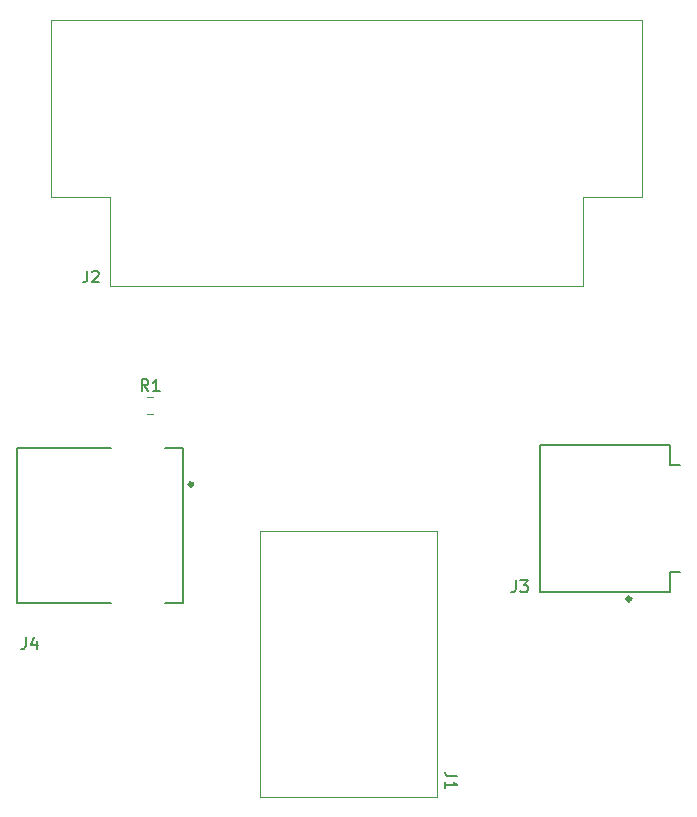
<source format=gbr>
G04 #@! TF.GenerationSoftware,KiCad,Pcbnew,(5.1.0)-1*
G04 #@! TF.CreationDate,2021-05-27T14:19:51-05:00*
G04 #@! TF.ProjectId,2014 Mazda CX-5 Head Unit Adapter,32303134-204d-4617-9a64-612043582d35,rev?*
G04 #@! TF.SameCoordinates,Original*
G04 #@! TF.FileFunction,Legend,Top*
G04 #@! TF.FilePolarity,Positive*
%FSLAX46Y46*%
G04 Gerber Fmt 4.6, Leading zero omitted, Abs format (unit mm)*
G04 Created by KiCad (PCBNEW (5.1.0)-1) date 2021-05-27 14:19:51*
%MOMM*%
%LPD*%
G04 APERTURE LIST*
%ADD10C,0.120000*%
%ADD11C,0.340000*%
%ADD12C,0.127000*%
%ADD13C,0.300000*%
%ADD14C,0.150000*%
G04 APERTURE END LIST*
D10*
X178340000Y-155960000D02*
X170840000Y-155960000D01*
X170840000Y-155960000D02*
X170840000Y-133460000D01*
X170840000Y-133460000D02*
X185840000Y-133460000D01*
X185840000Y-133460000D02*
X185840000Y-155960000D01*
X185840000Y-155960000D02*
X178340000Y-155960000D01*
X158190000Y-112700000D02*
X158190000Y-105200000D01*
X158190000Y-105200000D02*
X153190000Y-105200000D01*
X153190000Y-105200000D02*
X153190000Y-90200000D01*
X153190000Y-90200000D02*
X203190000Y-90200000D01*
X203190000Y-90200000D02*
X203190000Y-105200000D01*
X203190000Y-105200000D02*
X198190000Y-105200000D01*
X198190000Y-105200000D02*
X198190000Y-112700000D01*
X198190000Y-112700000D02*
X158190000Y-112700000D01*
D11*
X202270000Y-139200000D02*
G75*
G03X202270000Y-139200000I-170000J0D01*
G01*
D12*
X205600000Y-127900000D02*
X206400000Y-127900000D01*
X205600000Y-136900000D02*
X206400000Y-136900000D01*
X205600000Y-127900000D02*
X205600000Y-126200000D01*
X205600000Y-138600000D02*
X205600000Y-136900000D01*
X194600000Y-138600000D02*
X205600000Y-138600000D01*
X194600000Y-126200000D02*
X205600000Y-126200000D01*
X194600000Y-138600000D02*
X194600000Y-126200000D01*
D13*
X165170000Y-129490000D02*
G75*
G03X165170000Y-129490000I-150000J0D01*
G01*
D12*
X162820000Y-126425000D02*
X164330000Y-126425000D01*
X150330000Y-126425000D02*
X158240000Y-126425000D01*
X150330000Y-139555000D02*
X150330000Y-126425000D01*
X158240000Y-139555000D02*
X150330000Y-139555000D01*
X164330000Y-139555000D02*
X162820000Y-139555000D01*
X164330000Y-126425000D02*
X164330000Y-139555000D01*
D10*
X161333748Y-122090000D02*
X161856252Y-122090000D01*
X161333748Y-123510000D02*
X161856252Y-123510000D01*
D14*
X187577619Y-154236666D02*
X186863333Y-154236666D01*
X186720476Y-154189047D01*
X186625238Y-154093809D01*
X186577619Y-153950952D01*
X186577619Y-153855714D01*
X186577619Y-155236666D02*
X186577619Y-154665238D01*
X186577619Y-154950952D02*
X187577619Y-154950952D01*
X187434761Y-154855714D01*
X187339523Y-154760476D01*
X187291904Y-154665238D01*
X156236666Y-111412380D02*
X156236666Y-112126666D01*
X156189047Y-112269523D01*
X156093809Y-112364761D01*
X155950952Y-112412380D01*
X155855714Y-112412380D01*
X156665238Y-111507619D02*
X156712857Y-111460000D01*
X156808095Y-111412380D01*
X157046190Y-111412380D01*
X157141428Y-111460000D01*
X157189047Y-111507619D01*
X157236666Y-111602857D01*
X157236666Y-111698095D01*
X157189047Y-111840952D01*
X156617619Y-112412380D01*
X157236666Y-112412380D01*
X192546532Y-137642160D02*
X192546532Y-138356733D01*
X192498894Y-138499648D01*
X192403618Y-138594924D01*
X192260703Y-138642562D01*
X192165427Y-138642562D01*
X192927638Y-137642160D02*
X193546934Y-137642160D01*
X193213467Y-138023266D01*
X193356381Y-138023266D01*
X193451658Y-138070904D01*
X193499296Y-138118542D01*
X193546934Y-138213819D01*
X193546934Y-138452010D01*
X193499296Y-138547286D01*
X193451658Y-138594924D01*
X193356381Y-138642562D01*
X193070552Y-138642562D01*
X192975276Y-138594924D01*
X192927638Y-138547286D01*
X151056328Y-142451824D02*
X151056328Y-143166836D01*
X151008660Y-143309838D01*
X150913325Y-143405173D01*
X150770323Y-143452840D01*
X150674988Y-143452840D01*
X151962009Y-142785496D02*
X151962009Y-143452840D01*
X151723672Y-142404157D02*
X151485334Y-143119168D01*
X152105011Y-143119168D01*
X161428333Y-121602380D02*
X161095000Y-121126190D01*
X160856904Y-121602380D02*
X160856904Y-120602380D01*
X161237857Y-120602380D01*
X161333095Y-120650000D01*
X161380714Y-120697619D01*
X161428333Y-120792857D01*
X161428333Y-120935714D01*
X161380714Y-121030952D01*
X161333095Y-121078571D01*
X161237857Y-121126190D01*
X160856904Y-121126190D01*
X162380714Y-121602380D02*
X161809285Y-121602380D01*
X162095000Y-121602380D02*
X162095000Y-120602380D01*
X161999761Y-120745238D01*
X161904523Y-120840476D01*
X161809285Y-120888095D01*
M02*

</source>
